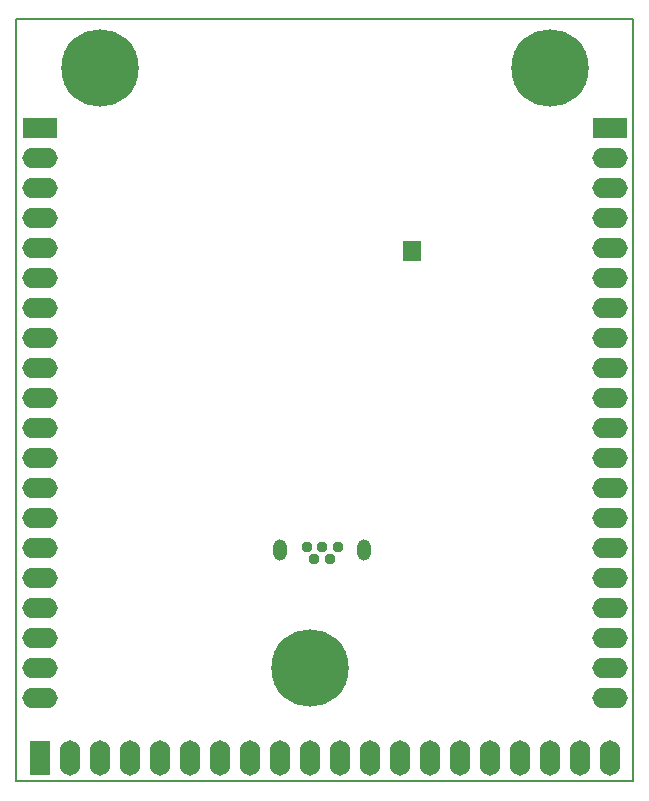
<source format=gbs>
G04 Layer_Color=16711935*
%FSLAX25Y25*%
%MOIN*%
G70*
G01*
G75*
%ADD23C,0.00500*%
G04:AMPARAMS|DCode=47|XSize=47.37mil|YSize=70.99mil|CornerRadius=23.68mil|HoleSize=0mil|Usage=FLASHONLY|Rotation=0.000|XOffset=0mil|YOffset=0mil|HoleType=Round|Shape=RoundedRectangle|*
%AMROUNDEDRECTD47*
21,1,0.04737,0.02362,0,0,0.0*
21,1,0.00000,0.07099,0,0,0.0*
1,1,0.04737,0.00000,-0.01181*
1,1,0.04737,0.00000,-0.01181*
1,1,0.04737,0.00000,0.01181*
1,1,0.04737,0.00000,0.01181*
%
%ADD47ROUNDEDRECTD47*%
%ADD48C,0.03753*%
%ADD49C,0.25800*%
%ADD50O,0.11800X0.06800*%
%ADD51R,0.11800X0.06800*%
%ADD52O,0.06800X0.11800*%
%ADD53R,0.06800X0.11800*%
%ADD54R,0.06299X0.07087*%
%ADD55R,0.05800X0.03300*%
D23*
X300000Y185500D02*
X505500D01*
Y439500D01*
X300000D02*
X505500D01*
X300000Y185500D02*
Y439500D01*
D47*
X416057Y262634D02*
D03*
X387907D02*
D03*
D48*
X404541Y259563D02*
D03*
X407100Y263500D02*
D03*
X401982D02*
D03*
X399423Y259563D02*
D03*
X396864Y263500D02*
D03*
D49*
X478000Y423300D02*
D03*
X328000D02*
D03*
X398000Y223300D02*
D03*
D50*
X498000Y213300D02*
D03*
Y223300D02*
D03*
Y233300D02*
D03*
Y243300D02*
D03*
Y253300D02*
D03*
Y263300D02*
D03*
Y273300D02*
D03*
Y283300D02*
D03*
Y293300D02*
D03*
Y303300D02*
D03*
Y313300D02*
D03*
Y323300D02*
D03*
Y333300D02*
D03*
Y343300D02*
D03*
Y353300D02*
D03*
Y363300D02*
D03*
Y373300D02*
D03*
Y383300D02*
D03*
Y393300D02*
D03*
X308000Y213300D02*
D03*
Y223300D02*
D03*
Y233300D02*
D03*
Y243300D02*
D03*
Y253300D02*
D03*
Y263300D02*
D03*
Y273300D02*
D03*
Y283300D02*
D03*
Y293300D02*
D03*
Y303300D02*
D03*
Y313300D02*
D03*
Y323300D02*
D03*
Y333300D02*
D03*
Y343300D02*
D03*
Y353300D02*
D03*
Y363300D02*
D03*
Y373300D02*
D03*
Y383300D02*
D03*
Y393300D02*
D03*
D51*
X498000Y403300D02*
D03*
X308000D02*
D03*
D52*
X498000Y193300D02*
D03*
X488000D02*
D03*
X478000D02*
D03*
X468000D02*
D03*
X458000D02*
D03*
X448000D02*
D03*
X438000D02*
D03*
X428000D02*
D03*
X418000D02*
D03*
X408000D02*
D03*
X398000D02*
D03*
X388000D02*
D03*
X378000D02*
D03*
X368000D02*
D03*
X358000D02*
D03*
X348000D02*
D03*
X338000D02*
D03*
X328000D02*
D03*
X318000D02*
D03*
D53*
X308000D02*
D03*
D54*
X432000Y362122D02*
D03*
D55*
X432000Y363743D02*
D03*
Y360500D02*
D03*
M02*

</source>
